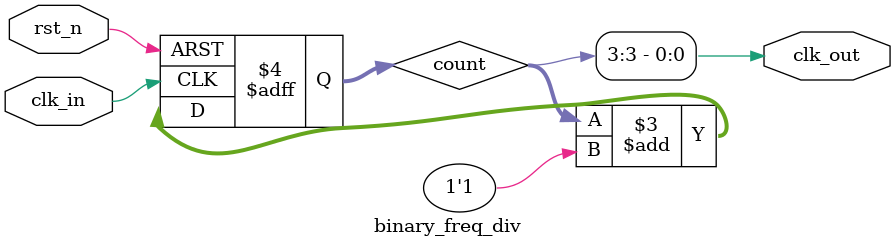
<source format=sv>
module binary_freq_div #(parameter WIDTH = 4) (
    input wire clk_in,
    input wire rst_n,
    output wire clk_out
);
    reg [WIDTH-1:0] count;
    
    always @(posedge clk_in or negedge rst_n) begin
        if (!rst_n)
            count <= {WIDTH{1'b0}};
        else
            count <= count + 1'b1;
    end
    
    assign clk_out = count[WIDTH-1];
endmodule
</source>
